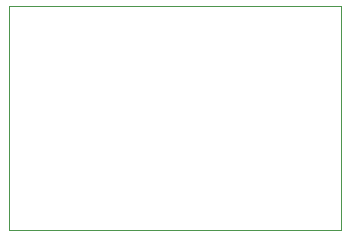
<source format=gm1>
G04 #@! TF.GenerationSoftware,KiCad,Pcbnew,(6.0.1)*
G04 #@! TF.CreationDate,2022-03-04T19:07:33+03:00*
G04 #@! TF.ProjectId,EXT_M_V1.1,4558545f-4d5f-4563-912e-312e6b696361,rev?*
G04 #@! TF.SameCoordinates,Original*
G04 #@! TF.FileFunction,Profile,NP*
%FSLAX46Y46*%
G04 Gerber Fmt 4.6, Leading zero omitted, Abs format (unit mm)*
G04 Created by KiCad (PCBNEW (6.0.1)) date 2022-03-04 19:07:33*
%MOMM*%
%LPD*%
G01*
G04 APERTURE LIST*
G04 #@! TA.AperFunction,Profile*
%ADD10C,0.050000*%
G04 #@! TD*
G04 APERTURE END LIST*
D10*
X170463019Y-85599982D02*
X198635520Y-85599982D01*
X198630702Y-104599982D02*
X170463019Y-104599982D01*
X198635520Y-85599982D02*
X198630702Y-104599982D01*
X170463019Y-104599982D02*
X170463019Y-85599982D01*
M02*

</source>
